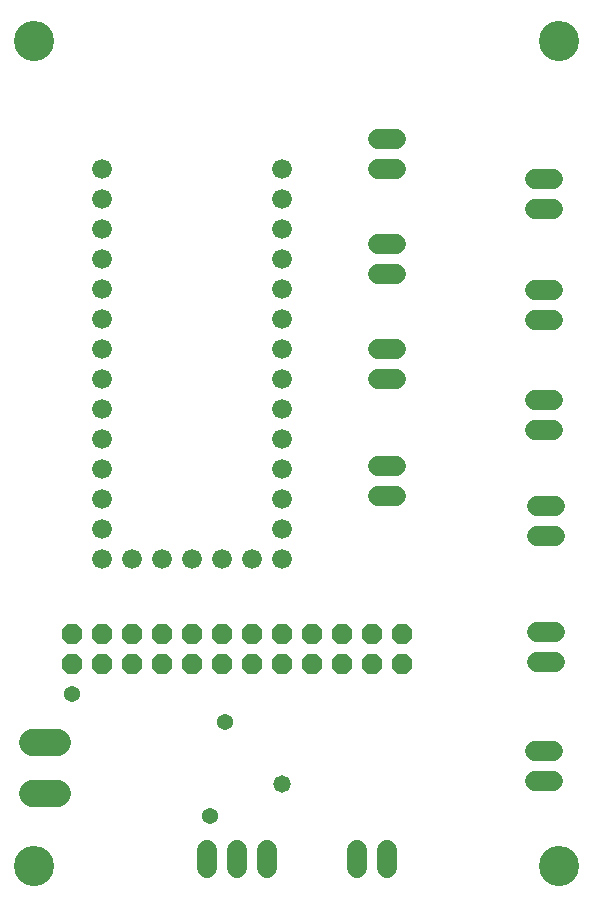
<source format=gbs>
G75*
%MOIN*%
%OFA0B0*%
%FSLAX25Y25*%
%IPPOS*%
%LPD*%
%AMOC8*
5,1,8,0,0,1.08239X$1,22.5*
%
%ADD10C,0.13398*%
%ADD11C,0.06800*%
%ADD12OC8,0.06800*%
%ADD13C,0.06600*%
%ADD14C,0.09068*%
%ADD15C,0.05400*%
%ADD16C,0.05800*%
D10*
X0058428Y0054933D03*
X0233428Y0054933D03*
X0233428Y0329933D03*
X0058428Y0329933D03*
D11*
X0172928Y0297433D02*
X0178928Y0297433D01*
X0178928Y0287433D02*
X0172928Y0287433D01*
X0172928Y0262433D02*
X0178928Y0262433D01*
X0178928Y0252433D02*
X0172928Y0252433D01*
X0172928Y0227433D02*
X0178928Y0227433D01*
X0178928Y0217433D02*
X0172928Y0217433D01*
X0172928Y0188433D02*
X0178928Y0188433D01*
X0178928Y0178433D02*
X0172928Y0178433D01*
X0225928Y0174933D02*
X0231928Y0174933D01*
X0231928Y0164933D02*
X0225928Y0164933D01*
X0225928Y0132933D02*
X0231928Y0132933D01*
X0231928Y0122933D02*
X0225928Y0122933D01*
X0225428Y0093433D02*
X0231428Y0093433D01*
X0231428Y0083433D02*
X0225428Y0083433D01*
X0175928Y0060433D02*
X0175928Y0054433D01*
X0165928Y0054433D02*
X0165928Y0060433D01*
X0135928Y0060433D02*
X0135928Y0054433D01*
X0125928Y0054433D02*
X0125928Y0060433D01*
X0115928Y0060433D02*
X0115928Y0054433D01*
X0225428Y0200433D02*
X0231428Y0200433D01*
X0231428Y0210433D02*
X0225428Y0210433D01*
X0225428Y0236933D02*
X0231428Y0236933D01*
X0231428Y0246933D02*
X0225428Y0246933D01*
X0225428Y0273933D02*
X0231428Y0273933D01*
X0231428Y0283933D02*
X0225428Y0283933D01*
D12*
X0180928Y0132433D03*
X0180928Y0122433D03*
X0170928Y0122433D03*
X0170928Y0132433D03*
X0160928Y0132433D03*
X0160928Y0122433D03*
X0150928Y0122433D03*
X0150928Y0132433D03*
X0140928Y0132433D03*
X0130928Y0132433D03*
X0130928Y0122433D03*
X0140928Y0122433D03*
X0120928Y0122433D03*
X0120928Y0132433D03*
X0110928Y0132433D03*
X0110928Y0122433D03*
X0100928Y0122433D03*
X0100928Y0132433D03*
X0090928Y0132433D03*
X0090928Y0122433D03*
X0080928Y0122433D03*
X0070928Y0122433D03*
X0070928Y0132433D03*
X0080928Y0132433D03*
D13*
X0080928Y0157433D03*
X0080928Y0167433D03*
X0080928Y0177433D03*
X0080928Y0187433D03*
X0080928Y0197433D03*
X0080928Y0207433D03*
X0080928Y0217433D03*
X0080928Y0227433D03*
X0080928Y0237433D03*
X0080928Y0247433D03*
X0080928Y0257433D03*
X0080928Y0267433D03*
X0080928Y0277433D03*
X0080928Y0287433D03*
X0140928Y0287433D03*
X0140928Y0277433D03*
X0140928Y0267433D03*
X0140928Y0257433D03*
X0140928Y0247433D03*
X0140928Y0237433D03*
X0140928Y0227433D03*
X0140928Y0217433D03*
X0140928Y0207433D03*
X0140928Y0197433D03*
X0140928Y0187433D03*
X0140928Y0177433D03*
X0140928Y0167433D03*
X0140928Y0157433D03*
X0130928Y0157433D03*
X0120928Y0157433D03*
X0110928Y0157433D03*
X0100928Y0157433D03*
X0090928Y0157433D03*
D14*
X0066062Y0096201D02*
X0057795Y0096201D01*
X0057795Y0079272D02*
X0066062Y0079272D01*
D15*
X0070928Y0112433D03*
X0117178Y0071808D03*
X0122178Y0103058D03*
D16*
X0140928Y0082433D03*
M02*

</source>
